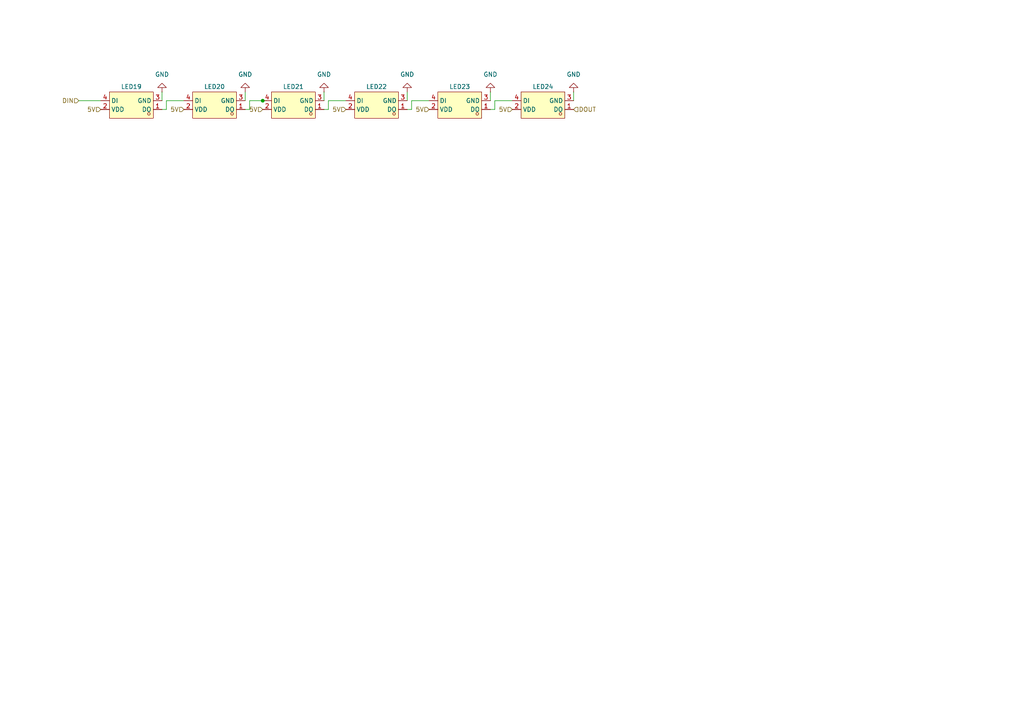
<source format=kicad_sch>
(kicad_sch (version 20250114) (generator "eeschema") (generator_version "9.0")
  (paper "A4")
  (lib_symbols
    (symbol "easyeda2kicad:XL-1615RGBC-WS2812B-S"
      (property "Reference" "LED" (at 0 6.35 0))
      (property "Value" "XL-1615RGBC-WS2812B-S" (at 0 -6.35 0))
      (symbol "XL-1615RGBC-WS2812B-S_0_1"
        (rectangle (start -6.35 3.81) (end 6.35 -3.81) (fill (type background)))
        (circle (center -5.08 2.54) (radius 0.38))
        (pin unspecified line (at -8.89 1.27 0) (length 2.54) (name "DO") (number "1"))
        (pin unspecified line (at -8.89 -1.27 0) (length 2.54) (name "GND") (number "3"))
        (pin unspecified line (at 8.89 1.27 180) (length 2.54) (name "VDD") (number "2"))
        (pin unspecified line (at 8.89 -1.27 180) (length 2.54) (name "DI") (number "4"))
      )
    )
    (symbol "power:GND" (power) (pin_numbers (hide yes)) (pin_names (offset 0) (hide yes))
      (property "Value" "GND" (at 0 -3.81 0))
      (symbol "GND_0_1"
        (polyline (pts (xy 0 0) (xy 0 -1.27) (xy 1.27 -1.27) (xy 0 -2.54) (xy -1.27 -1.27) (xy 0 -1.27)))
      )
      (symbol "GND_1_1"
        (pin power_in line (at 0 0 270) (length 0) (name "~") (number "1"))
      )
    )
  )
  (junction (at 76.2 29.21))
  (wire (pts (xy 143.51 31.75) (xy 143.51 29.21)))
  (wire (pts (xy 118.11 26.67) (xy 118.11 29.21)))
  (wire (pts (xy 46.99 31.75) (xy 48.26 31.75)))
  (wire (pts (xy 95.25 31.75) (xy 95.25 29.21)))
  (wire (pts (xy 143.51 29.21) (xy 148.59 29.21)))
  (wire (pts (xy 48.26 29.21) (xy 53.34 29.21)))
  (wire (pts (xy 22.86 29.21) (xy 29.21 29.21)))
  (wire (pts (xy 119.38 29.21) (xy 124.46 29.21)))
  (wire (pts (xy 95.25 29.21) (xy 100.33 29.21)))
  (wire (pts (xy 72.39 31.75) (xy 72.39 29.21)))
  (wire (pts (xy 142.24 26.67) (xy 142.24 29.21)))
  (wire (pts (xy 93.98 31.75) (xy 95.25 31.75)))
  (wire (pts (xy 118.11 31.75) (xy 119.38 31.75)))
  (wire (pts (xy 93.98 26.67) (xy 93.98 29.21)))
  (wire (pts (xy 119.38 31.75) (xy 119.38 29.21)))
  (wire (pts (xy 48.26 31.75) (xy 48.26 29.21)))
  (wire (pts (xy 71.12 31.75) (xy 72.39 31.75)))
  (wire (pts (xy 46.99 26.67) (xy 46.99 29.21)))
  (wire (pts (xy 71.12 26.67) (xy 71.12 29.21)))
  (wire (pts (xy 76.2 29.21) (xy 77.47 29.21)))
  (wire (pts (xy 72.39 29.21) (xy 76.2 29.21)))
  (wire (pts (xy 142.24 31.75) (xy 143.51 31.75)))
  (wire (pts (xy 166.37 26.67) (xy 166.37 29.21)))
  (hierarchical_label "5V" (shape input) (at 53.34 31.75 180))
  (hierarchical_label "DIN" (shape input) (at 22.86 29.21 180))
  (hierarchical_label "5V" (shape input) (at 29.21 31.75 180))
  (hierarchical_label "5V" (shape input) (at 100.33 31.75 180))
  (hierarchical_label "5V" (shape input) (at 148.59 31.75 180))
  (hierarchical_label "DOUT" (shape input) (at 166.37 31.75 0))
  (hierarchical_label "5V" (shape input) (at 124.46 31.75 180))
  (hierarchical_label "5V" (shape input) (at 76.2 31.75 180))
  (symbol (lib_id "power:GND") (at 46.99 26.67 180) (unit 1)
    (property "Reference" "#PWR018" (effects (hide yes)))
    (property "Value" "GND" (at 46.99 21.59 0))
    (property "Description" "Power symbol creates a global label with name \"GND\" , ground" (effects (hide yes)))
    (instances (project "roomsensor" (path "" (reference "#PWR036") (unit 1)) (path "" (reference "#PWR042") (unit 1)) (path "" (reference "#PWR024") (unit 1)) (path "" (reference "#PWR048") (unit 1)) (path "" (reference "#PWR018") (unit 1)) (path "" (reference "#PWR030") (unit 1))))
  )
  (symbol (lib_id "easyeda2kicad:XL-1615RGBC-WS2812B-S") (at 157.48 30.48 180) (unit 1)
    (property "Reference" "LED6" (at 157.48 25.146 0))
    (property "Value" "XL-1615RGBC-WS2812B-S" (effects (hide yes)))
    (property "Footprint" "easyeda2kicad:LED-SMD_4P-L1.6-W1.5_XL-1615RGBC-WS2812B-S" (effects (hide yes)))
    (property "LCSC Part" "C41413180" (effects (hide yes)))
    (instances (project "roomsensor" (path "" (reference "LED24") (unit 1)) (path "" (reference "LED30") (unit 1)) (path "" (reference "LED12") (unit 1)) (path "" (reference "LED36") (unit 1)) (path "" (reference "LED6") (unit 1)) (path "" (reference "LED18") (unit 1))))
  )
  (symbol (lib_id "easyeda2kicad:XL-1615RGBC-WS2812B-S") (at 109.22 30.48 180) (unit 1)
    (property "Reference" "LED4" (at 109.22 25.146 0))
    (property "Value" "XL-1615RGBC-WS2812B-S" (effects (hide yes)))
    (property "Footprint" "easyeda2kicad:LED-SMD_4P-L1.6-W1.5_XL-1615RGBC-WS2812B-S" (effects (hide yes)))
    (property "LCSC Part" "C41413180" (effects (hide yes)))
    (instances (project "roomsensor" (path "" (reference "LED22") (unit 1)) (path "" (reference "LED28") (unit 1)) (path "" (reference "LED10") (unit 1)) (path "" (reference "LED34") (unit 1)) (path "" (reference "LED4") (unit 1)) (path "" (reference "LED16") (unit 1))))
  )
  (symbol (lib_id "power:GND") (at 118.11 26.67 180) (unit 1)
    (property "Reference" "#PWR021" (effects (hide yes)))
    (property "Value" "GND" (at 118.11 21.59 0))
    (property "Description" "Power symbol creates a global label with name \"GND\" , ground" (effects (hide yes)))
    (instances (project "roomsensor" (path "" (reference "#PWR039") (unit 1)) (path "" (reference "#PWR045") (unit 1)) (path "" (reference "#PWR027") (unit 1)) (path "" (reference "#PWR051") (unit 1)) (path "" (reference "#PWR021") (unit 1)) (path "" (reference "#PWR033") (unit 1))))
  )
  (symbol (lib_id "easyeda2kicad:XL-1615RGBC-WS2812B-S") (at 133.35 30.48 180) (unit 1)
    (property "Reference" "LED5" (at 133.35 25.146 0))
    (property "Value" "XL-1615RGBC-WS2812B-S" (effects (hide yes)))
    (property "Footprint" "easyeda2kicad:LED-SMD_4P-L1.6-W1.5_XL-1615RGBC-WS2812B-S" (effects (hide yes)))
    (property "LCSC Part" "C41413180" (effects (hide yes)))
    (instances (project "roomsensor" (path "" (reference "LED23") (unit 1)) (path "" (reference "LED29") (unit 1)) (path "" (reference "LED11") (unit 1)) (path "" (reference "LED35") (unit 1)) (path "" (reference "LED5") (unit 1)) (path "" (reference "LED17") (unit 1))))
  )
  (symbol (lib_id "power:GND") (at 142.24 26.67 180) (unit 1)
    (property "Reference" "#PWR022" (effects (hide yes)))
    (property "Value" "GND" (at 142.24 21.59 0))
    (property "Description" "Power symbol creates a global label with name \"GND\" , ground" (effects (hide yes)))
    (instances (project "roomsensor" (path "" (reference "#PWR040") (unit 1)) (path "" (reference "#PWR046") (unit 1)) (path "" (reference "#PWR028") (unit 1)) (path "" (reference "#PWR052") (unit 1)) (path "" (reference "#PWR022") (unit 1)) (path "" (reference "#PWR034") (unit 1))))
  )
  (symbol (lib_id "power:GND") (at 93.98 26.67 180) (unit 1)
    (property "Reference" "#PWR020" (effects (hide yes)))
    (property "Value" "GND" (at 93.98 21.59 0))
    (property "Description" "Power symbol creates a global label with name \"GND\" , ground" (effects (hide yes)))
    (instances (project "roomsensor" (path "" (reference "#PWR038") (unit 1)) (path "" (reference "#PWR044") (unit 1)) (path "" (reference "#PWR026") (unit 1)) (path "" (reference "#PWR050") (unit 1)) (path "" (reference "#PWR020") (unit 1)) (path "" (reference "#PWR032") (unit 1))))
  )
  (symbol (lib_id "easyeda2kicad:XL-1615RGBC-WS2812B-S") (at 62.23 30.48 180) (unit 1)
    (property "Reference" "LED2" (at 62.23 25.146 0))
    (property "Value" "XL-1615RGBC-WS2812B-S" (effects (hide yes)))
    (property "Footprint" "easyeda2kicad:LED-SMD_4P-L1.6-W1.5_XL-1615RGBC-WS2812B-S" (effects (hide yes)))
    (property "LCSC Part" "C41413180" (effects (hide yes)))
    (instances (project "roomsensor" (path "" (reference "LED20") (unit 1)) (path "" (reference "LED26") (unit 1)) (path "" (reference "LED8") (unit 1)) (path "" (reference "LED32") (unit 1)) (path "" (reference "LED2") (unit 1)) (path "" (reference "LED14") (unit 1))))
  )
  (symbol (lib_id "power:GND") (at 71.12 26.67 180) (unit 1)
    (property "Reference" "#PWR019" (effects (hide yes)))
    (property "Value" "GND" (at 71.12 21.59 0))
    (property "Description" "Power symbol creates a global label with name \"GND\" , ground" (effects (hide yes)))
    (instances (project "roomsensor" (path "" (reference "#PWR037") (unit 1)) (path "" (reference "#PWR043") (unit 1)) (path "" (reference "#PWR025") (unit 1)) (path "" (reference "#PWR049") (unit 1)) (path "" (reference "#PWR019") (unit 1)) (path "" (reference "#PWR031") (unit 1))))
  )
  (symbol (lib_id "easyeda2kicad:XL-1615RGBC-WS2812B-S") (at 85.09 30.48 180) (unit 1)
    (property "Reference" "LED3" (at 85.09 25.146 0))
    (property "Value" "XL-1615RGBC-WS2812B-S" (effects (hide yes)))
    (property "Footprint" "easyeda2kicad:LED-SMD_4P-L1.6-W1.5_XL-1615RGBC-WS2812B-S" (effects (hide yes)))
    (property "LCSC Part" "C41413180" (effects (hide yes)))
    (instances (project "roomsensor" (path "" (reference "LED21") (unit 1)) (path "" (reference "LED27") (unit 1)) (path "" (reference "LED9") (unit 1)) (path "" (reference "LED33") (unit 1)) (path "" (reference "LED3") (unit 1)) (path "" (reference "LED15") (unit 1))))
  )
  (symbol (lib_id "power:GND") (at 166.37 26.67 180) (unit 1)
    (property "Reference" "#PWR023" (effects (hide yes)))
    (property "Value" "GND" (at 166.37 21.59 0))
    (property "Description" "Power symbol creates a global label with name \"GND\" , ground" (effects (hide yes)))
    (instances (project "roomsensor" (path "" (reference "#PWR041") (unit 1)) (path "" (reference "#PWR047") (unit 1)) (path "" (reference "#PWR029") (unit 1)) (path "" (reference "#PWR053") (unit 1)) (path "" (reference "#PWR023") (unit 1)) (path "" (reference "#PWR035") (unit 1))))
  )
  (symbol (lib_id "easyeda2kicad:XL-1615RGBC-WS2812B-S") (at 38.1 30.48 180) (unit 1)
    (property "Reference" "LED1" (at 38.1 25.146 0))
    (property "Value" "XL-1615RGBC-WS2812B-S" (effects (hide yes)))
    (property "Footprint" "easyeda2kicad:LED-SMD_4P-L1.6-W1.5_XL-1615RGBC-WS2812B-S" (effects (hide yes)))
    (property "LCSC Part" "C41413180" (effects (hide yes)))
    (instances (project "roomsensor" (path "" (reference "LED19") (unit 1)) (path "" (reference "LED25") (unit 1)) (path "" (reference "LED7") (unit 1)) (path "" (reference "LED31") (unit 1)) (path "" (reference "LED1") (unit 1)) (path "" (reference "LED13") (unit 1))))
  )
)
</source>
